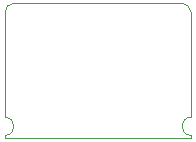
<source format=gbr>
G04 #@! TF.GenerationSoftware,KiCad,Pcbnew,8.0.4*
G04 #@! TF.CreationDate,2024-12-13T15:25:53-05:00*
G04 #@! TF.ProjectId,LoomRide-v2,4c6f6f6d-5269-4646-952d-76322e6b6963,rev?*
G04 #@! TF.SameCoordinates,Original*
G04 #@! TF.FileFunction,Profile,NP*
%FSLAX46Y46*%
G04 Gerber Fmt 4.6, Leading zero omitted, Abs format (unit mm)*
G04 Created by KiCad (PCBNEW 8.0.4) date 2024-12-13 15:25:53*
%MOMM*%
%LPD*%
G01*
G04 APERTURE LIST*
G04 #@! TA.AperFunction,Profile*
%ADD10C,0.050000*%
G04 #@! TD*
G04 APERTURE END LIST*
D10*
X7112000Y-1270000D02*
G75*
G02*
X7874000Y-2031999I0J-762000D01*
G01*
X-7874000Y-12700000D02*
X-7874000Y-12446000D01*
X7874000Y-2031999D02*
X7874000Y-10922000D01*
X-7112000Y-1270000D02*
X7112000Y-1270000D01*
X-7874000Y-12700000D02*
X7874000Y-12700000D01*
X-7874000Y-10922000D02*
G75*
G02*
X-7874000Y-12446000I0J-762000D01*
G01*
X-7874000Y-10922000D02*
X-7873999Y-2032000D01*
X7874000Y-12446000D02*
X7874000Y-12700000D01*
X7874000Y-12446000D02*
G75*
G02*
X7874000Y-10922000I0J762000D01*
G01*
X-7873999Y-2032000D02*
G75*
G02*
X-7112000Y-1270000I761999J1D01*
G01*
M02*

</source>
